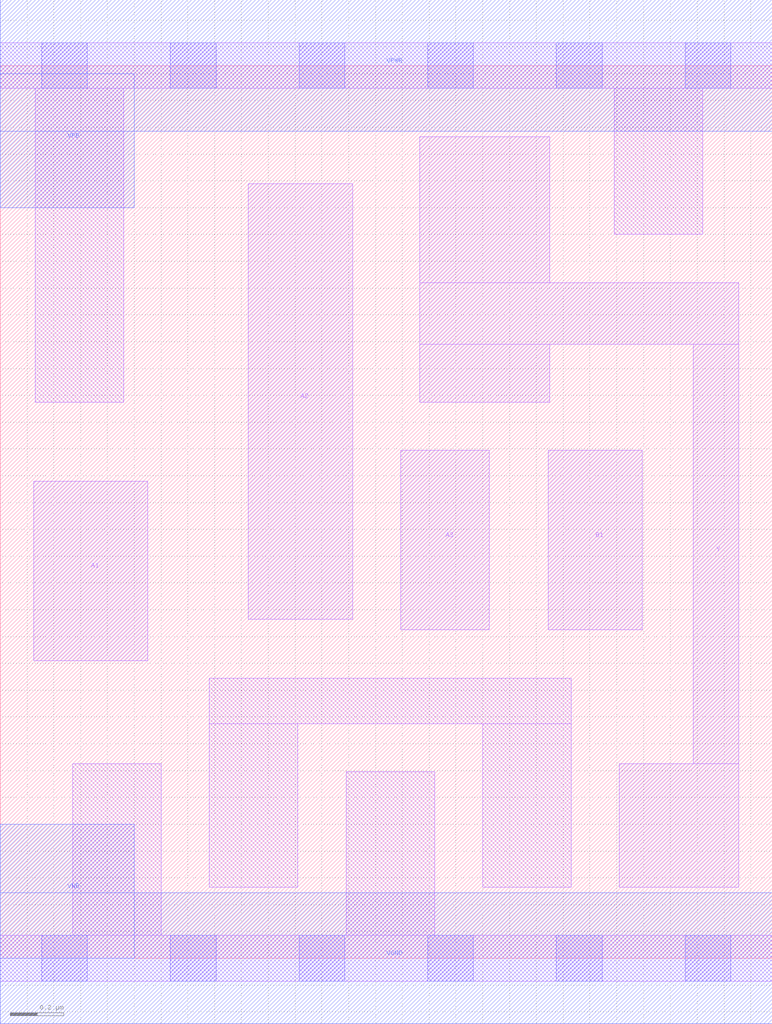
<source format=lef>
# Copyright 2020 The SkyWater PDK Authors
#
# Licensed under the Apache License, Version 2.0 (the "License");
# you may not use this file except in compliance with the License.
# You may obtain a copy of the License at
#
#     https://www.apache.org/licenses/LICENSE-2.0
#
# Unless required by applicable law or agreed to in writing, software
# distributed under the License is distributed on an "AS IS" BASIS,
# WITHOUT WARRANTIES OR CONDITIONS OF ANY KIND, either express or implied.
# See the License for the specific language governing permissions and
# limitations under the License.
#
# SPDX-License-Identifier: Apache-2.0

VERSION 5.5 ;
NAMESCASESENSITIVE ON ;
BUSBITCHARS "[]" ;
DIVIDERCHAR "/" ;
MACRO sky130_fd_sc_lp__o31ai_lp
  CLASS CORE ;
  SOURCE USER ;
  ORIGIN  0.000000  0.000000 ;
  SIZE  2.880000 BY  3.330000 ;
  SYMMETRY X Y R90 ;
  SITE unit ;
  PIN A1
    ANTENNAGATEAREA  0.313000 ;
    DIRECTION INPUT ;
    USE SIGNAL ;
    PORT
      LAYER li1 ;
        RECT 0.125000 1.110000 0.550000 1.780000 ;
    END
  END A1
  PIN A2
    ANTENNAGATEAREA  0.313000 ;
    DIRECTION INPUT ;
    USE SIGNAL ;
    PORT
      LAYER li1 ;
        RECT 0.925000 1.265000 1.315000 2.890000 ;
    END
  END A2
  PIN A3
    ANTENNAGATEAREA  0.313000 ;
    DIRECTION INPUT ;
    USE SIGNAL ;
    PORT
      LAYER li1 ;
        RECT 1.495000 1.225000 1.825000 1.895000 ;
    END
  END A3
  PIN B1
    ANTENNAGATEAREA  0.313000 ;
    DIRECTION INPUT ;
    USE SIGNAL ;
    PORT
      LAYER li1 ;
        RECT 2.045000 1.225000 2.395000 1.895000 ;
    END
  END B1
  PIN Y
    ANTENNADIFFAREA  0.473300 ;
    DIRECTION OUTPUT ;
    USE SIGNAL ;
    PORT
      LAYER li1 ;
        RECT 1.565000 2.075000 2.050000 2.290000 ;
        RECT 1.565000 2.290000 2.755000 2.520000 ;
        RECT 1.565000 2.520000 2.050000 3.065000 ;
        RECT 2.310000 0.265000 2.755000 0.725000 ;
        RECT 2.585000 0.725000 2.755000 2.290000 ;
    END
  END Y
  PIN VGND
    DIRECTION INOUT ;
    USE GROUND ;
    PORT
      LAYER met1 ;
        RECT 0.000000 -0.245000 2.880000 0.245000 ;
    END
  END VGND
  PIN VNB
    DIRECTION INOUT ;
    USE GROUND ;
    PORT
      LAYER met1 ;
        RECT 0.000000 0.000000 0.500000 0.500000 ;
    END
  END VNB
  PIN VPB
    DIRECTION INOUT ;
    USE POWER ;
    PORT
      LAYER met1 ;
        RECT 0.000000 2.800000 0.500000 3.300000 ;
    END
  END VPB
  PIN VPWR
    DIRECTION INOUT ;
    USE POWER ;
    PORT
      LAYER met1 ;
        RECT 0.000000 3.085000 2.880000 3.575000 ;
    END
  END VPWR
  OBS
    LAYER li1 ;
      RECT 0.000000 -0.085000 2.880000 0.085000 ;
      RECT 0.000000  3.245000 2.880000 3.415000 ;
      RECT 0.130000  2.075000 0.460000 3.245000 ;
      RECT 0.270000  0.085000 0.600000 0.725000 ;
      RECT 0.780000  0.265000 1.110000 0.875000 ;
      RECT 0.780000  0.875000 2.130000 1.045000 ;
      RECT 1.290000  0.085000 1.620000 0.695000 ;
      RECT 1.800000  0.265000 2.130000 0.875000 ;
      RECT 2.290000  2.700000 2.620000 3.245000 ;
    LAYER mcon ;
      RECT 0.155000 -0.085000 0.325000 0.085000 ;
      RECT 0.155000  3.245000 0.325000 3.415000 ;
      RECT 0.635000 -0.085000 0.805000 0.085000 ;
      RECT 0.635000  3.245000 0.805000 3.415000 ;
      RECT 1.115000 -0.085000 1.285000 0.085000 ;
      RECT 1.115000  3.245000 1.285000 3.415000 ;
      RECT 1.595000 -0.085000 1.765000 0.085000 ;
      RECT 1.595000  3.245000 1.765000 3.415000 ;
      RECT 2.075000 -0.085000 2.245000 0.085000 ;
      RECT 2.075000  3.245000 2.245000 3.415000 ;
      RECT 2.555000 -0.085000 2.725000 0.085000 ;
      RECT 2.555000  3.245000 2.725000 3.415000 ;
  END
END sky130_fd_sc_lp__o31ai_lp
END LIBRARY

</source>
